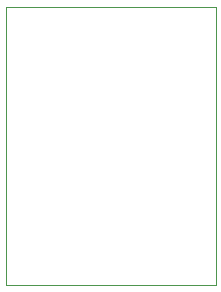
<source format=gm1>
%TF.GenerationSoftware,KiCad,Pcbnew,8.0.5*%
%TF.CreationDate,2025-01-13T21:43:40-08:00*%
%TF.ProjectId,hyperion,68797065-7269-46f6-9e2e-6b696361645f,rev?*%
%TF.SameCoordinates,Original*%
%TF.FileFunction,Profile,NP*%
%FSLAX46Y46*%
G04 Gerber Fmt 4.6, Leading zero omitted, Abs format (unit mm)*
G04 Created by KiCad (PCBNEW 8.0.5) date 2025-01-13 21:43:40*
%MOMM*%
%LPD*%
G01*
G04 APERTURE LIST*
%TA.AperFunction,Profile*%
%ADD10C,0.050000*%
%TD*%
G04 APERTURE END LIST*
D10*
X127000000Y-127000000D02*
X144780000Y-127000000D01*
X144780000Y-127000000D02*
X144780000Y-103505000D01*
X127000000Y-103505000D02*
X127000000Y-127000000D01*
X144780000Y-103505000D02*
X127000000Y-103505000D01*
M02*

</source>
